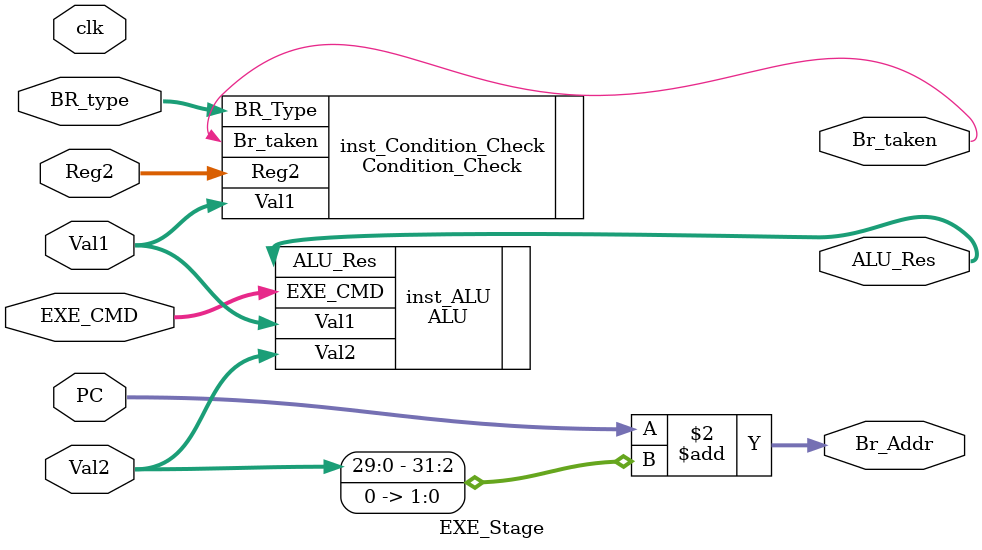
<source format=v>
module EXE_Stage (
	input clk,    // Clock
	input [3:0]EXE_CMD,
	input [31:0]Val1,
	input [31:0]Val2,
	input [31:0]Reg2,
	input [31:0] PC,
	input [1:0]BR_type,

	output [31:0]ALU_Res,
	output [31:0]Br_Addr,
	output Br_taken	
);

	assign Br_Addr = PC + (Val2 << 2);

	ALU inst_ALU (.EXE_CMD(EXE_CMD), .Val2(Val2), .Val1(Val1), .ALU_Res(ALU_Res));
	Condition_Check inst_Condition_Check (.Reg2(Reg2), .Val1(Val1), .BR_Type(BR_type), .Br_taken(Br_taken));

	





endmodule
</source>
